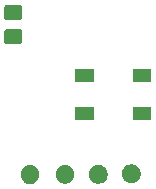
<source format=gbr>
G04 #@! TF.GenerationSoftware,KiCad,Pcbnew,5.1.3-ffb9f22~84~ubuntu18.04.1*
G04 #@! TF.CreationDate,2019-07-28T18:08:26+02:00*
G04 #@! TF.ProjectId,board,626f6172-642e-46b6-9963-61645f706362,rev?*
G04 #@! TF.SameCoordinates,Original*
G04 #@! TF.FileFunction,Soldermask,Bot*
G04 #@! TF.FilePolarity,Negative*
%FSLAX46Y46*%
G04 Gerber Fmt 4.6, Leading zero omitted, Abs format (unit mm)*
G04 Created by KiCad (PCBNEW 5.1.3-ffb9f22~84~ubuntu18.04.1) date 2019-07-28 18:08:26*
%MOMM*%
%LPD*%
G04 APERTURE LIST*
%ADD10C,0.100000*%
G04 APERTURE END LIST*
D10*
G36*
X79532442Y-115798001D02*
G01*
X79665952Y-115853303D01*
X79678216Y-115858383D01*
X79809408Y-115946042D01*
X79920978Y-116057612D01*
X80005244Y-116183726D01*
X80008638Y-116188806D01*
X80069019Y-116334578D01*
X80099800Y-116489327D01*
X80099800Y-116647113D01*
X80069019Y-116801862D01*
X80010742Y-116942554D01*
X80008637Y-116947636D01*
X79920978Y-117078828D01*
X79809408Y-117190398D01*
X79678216Y-117278057D01*
X79678215Y-117278058D01*
X79678214Y-117278058D01*
X79532442Y-117338439D01*
X79377693Y-117369220D01*
X79219907Y-117369220D01*
X79065158Y-117338439D01*
X78919386Y-117278058D01*
X78919385Y-117278058D01*
X78919384Y-117278057D01*
X78788192Y-117190398D01*
X78676622Y-117078828D01*
X78588963Y-116947636D01*
X78586858Y-116942554D01*
X78528581Y-116801862D01*
X78497800Y-116647113D01*
X78497800Y-116489327D01*
X78528581Y-116334578D01*
X78588962Y-116188806D01*
X78592356Y-116183726D01*
X78676622Y-116057612D01*
X78788192Y-115946042D01*
X78919384Y-115858383D01*
X78931648Y-115853303D01*
X79065158Y-115798001D01*
X79219907Y-115767220D01*
X79377693Y-115767220D01*
X79532442Y-115798001D01*
X79532442Y-115798001D01*
G37*
G36*
X85308402Y-115792921D02*
G01*
X85454174Y-115853302D01*
X85454176Y-115853303D01*
X85585368Y-115940962D01*
X85696938Y-116052532D01*
X85750655Y-116132926D01*
X85784598Y-116183726D01*
X85844979Y-116329498D01*
X85875760Y-116484247D01*
X85875760Y-116642033D01*
X85844979Y-116796782D01*
X85842874Y-116801863D01*
X85784597Y-116942556D01*
X85696938Y-117073748D01*
X85585368Y-117185318D01*
X85454176Y-117272977D01*
X85454175Y-117272978D01*
X85454174Y-117272978D01*
X85308402Y-117333359D01*
X85153653Y-117364140D01*
X84995867Y-117364140D01*
X84841118Y-117333359D01*
X84695346Y-117272978D01*
X84695345Y-117272978D01*
X84695344Y-117272977D01*
X84564152Y-117185318D01*
X84452582Y-117073748D01*
X84364923Y-116942556D01*
X84306646Y-116801863D01*
X84304541Y-116796782D01*
X84273760Y-116642033D01*
X84273760Y-116484247D01*
X84304541Y-116329498D01*
X84364922Y-116183726D01*
X84398865Y-116132926D01*
X84452582Y-116052532D01*
X84564152Y-115940962D01*
X84695344Y-115853303D01*
X84695346Y-115853302D01*
X84841118Y-115792921D01*
X84995867Y-115762140D01*
X85153653Y-115762140D01*
X85308402Y-115792921D01*
X85308402Y-115792921D01*
G37*
G36*
X82499162Y-115792921D02*
G01*
X82644934Y-115853302D01*
X82644936Y-115853303D01*
X82776128Y-115940962D01*
X82887698Y-116052532D01*
X82941415Y-116132926D01*
X82975358Y-116183726D01*
X83035739Y-116329498D01*
X83066520Y-116484247D01*
X83066520Y-116642033D01*
X83035739Y-116796782D01*
X83033634Y-116801863D01*
X82975357Y-116942556D01*
X82887698Y-117073748D01*
X82776128Y-117185318D01*
X82644936Y-117272977D01*
X82644935Y-117272978D01*
X82644934Y-117272978D01*
X82499162Y-117333359D01*
X82344413Y-117364140D01*
X82186627Y-117364140D01*
X82031878Y-117333359D01*
X81886106Y-117272978D01*
X81886105Y-117272978D01*
X81886104Y-117272977D01*
X81754912Y-117185318D01*
X81643342Y-117073748D01*
X81555683Y-116942556D01*
X81497406Y-116801863D01*
X81495301Y-116796782D01*
X81464520Y-116642033D01*
X81464520Y-116484247D01*
X81495301Y-116329498D01*
X81555682Y-116183726D01*
X81589625Y-116132926D01*
X81643342Y-116052532D01*
X81754912Y-115940962D01*
X81886104Y-115853303D01*
X81886106Y-115853302D01*
X82031878Y-115792921D01*
X82186627Y-115762140D01*
X82344413Y-115762140D01*
X82499162Y-115792921D01*
X82499162Y-115792921D01*
G37*
G36*
X88117642Y-115742121D02*
G01*
X88252550Y-115798002D01*
X88263416Y-115802503D01*
X88394608Y-115890162D01*
X88506178Y-116001732D01*
X88543516Y-116057613D01*
X88593838Y-116132926D01*
X88654219Y-116278698D01*
X88685000Y-116433447D01*
X88685000Y-116591233D01*
X88654219Y-116745982D01*
X88631072Y-116801863D01*
X88593837Y-116891756D01*
X88506178Y-117022948D01*
X88394608Y-117134518D01*
X88263416Y-117222177D01*
X88263415Y-117222178D01*
X88263414Y-117222178D01*
X88117642Y-117282559D01*
X87962893Y-117313340D01*
X87805107Y-117313340D01*
X87650358Y-117282559D01*
X87504586Y-117222178D01*
X87504585Y-117222178D01*
X87504584Y-117222177D01*
X87373392Y-117134518D01*
X87261822Y-117022948D01*
X87174163Y-116891756D01*
X87136928Y-116801863D01*
X87113781Y-116745982D01*
X87083000Y-116591233D01*
X87083000Y-116433447D01*
X87113781Y-116278698D01*
X87174162Y-116132926D01*
X87224484Y-116057613D01*
X87261822Y-116001732D01*
X87373392Y-115890162D01*
X87504584Y-115802503D01*
X87515450Y-115798002D01*
X87650358Y-115742121D01*
X87805107Y-115711340D01*
X87962893Y-115711340D01*
X88117642Y-115742121D01*
X88117642Y-115742121D01*
G37*
G36*
X84685600Y-111983140D02*
G01*
X83083600Y-111983140D01*
X83083600Y-110881140D01*
X84685600Y-110881140D01*
X84685600Y-111983140D01*
X84685600Y-111983140D01*
G37*
G36*
X89585600Y-111983140D02*
G01*
X87983600Y-111983140D01*
X87983600Y-110881140D01*
X89585600Y-110881140D01*
X89585600Y-111983140D01*
X89585600Y-111983140D01*
G37*
G36*
X89585600Y-108783140D02*
G01*
X87983600Y-108783140D01*
X87983600Y-107681140D01*
X89585600Y-107681140D01*
X89585600Y-108783140D01*
X89585600Y-108783140D01*
G37*
G36*
X84685600Y-108783140D02*
G01*
X83083600Y-108783140D01*
X83083600Y-107681140D01*
X84685600Y-107681140D01*
X84685600Y-108783140D01*
X84685600Y-108783140D01*
G37*
G36*
X78465074Y-104280685D02*
G01*
X78502767Y-104292119D01*
X78537503Y-104310686D01*
X78567948Y-104335672D01*
X78592934Y-104366117D01*
X78611501Y-104400853D01*
X78622935Y-104438546D01*
X78627400Y-104483881D01*
X78627400Y-105320559D01*
X78622935Y-105365894D01*
X78611501Y-105403587D01*
X78592934Y-105438323D01*
X78567948Y-105468768D01*
X78537503Y-105493754D01*
X78502767Y-105512321D01*
X78465074Y-105523755D01*
X78419739Y-105528220D01*
X77333061Y-105528220D01*
X77287726Y-105523755D01*
X77250033Y-105512321D01*
X77215297Y-105493754D01*
X77184852Y-105468768D01*
X77159866Y-105438323D01*
X77141299Y-105403587D01*
X77129865Y-105365894D01*
X77125400Y-105320559D01*
X77125400Y-104483881D01*
X77129865Y-104438546D01*
X77141299Y-104400853D01*
X77159866Y-104366117D01*
X77184852Y-104335672D01*
X77215297Y-104310686D01*
X77250033Y-104292119D01*
X77287726Y-104280685D01*
X77333061Y-104276220D01*
X78419739Y-104276220D01*
X78465074Y-104280685D01*
X78465074Y-104280685D01*
G37*
G36*
X78465074Y-102230685D02*
G01*
X78502767Y-102242119D01*
X78537503Y-102260686D01*
X78567948Y-102285672D01*
X78592934Y-102316117D01*
X78611501Y-102350853D01*
X78622935Y-102388546D01*
X78627400Y-102433881D01*
X78627400Y-103270559D01*
X78622935Y-103315894D01*
X78611501Y-103353587D01*
X78592934Y-103388323D01*
X78567948Y-103418768D01*
X78537503Y-103443754D01*
X78502767Y-103462321D01*
X78465074Y-103473755D01*
X78419739Y-103478220D01*
X77333061Y-103478220D01*
X77287726Y-103473755D01*
X77250033Y-103462321D01*
X77215297Y-103443754D01*
X77184852Y-103418768D01*
X77159866Y-103388323D01*
X77141299Y-103353587D01*
X77129865Y-103315894D01*
X77125400Y-103270559D01*
X77125400Y-102433881D01*
X77129865Y-102388546D01*
X77141299Y-102350853D01*
X77159866Y-102316117D01*
X77184852Y-102285672D01*
X77215297Y-102260686D01*
X77250033Y-102242119D01*
X77287726Y-102230685D01*
X77333061Y-102226220D01*
X78419739Y-102226220D01*
X78465074Y-102230685D01*
X78465074Y-102230685D01*
G37*
M02*

</source>
